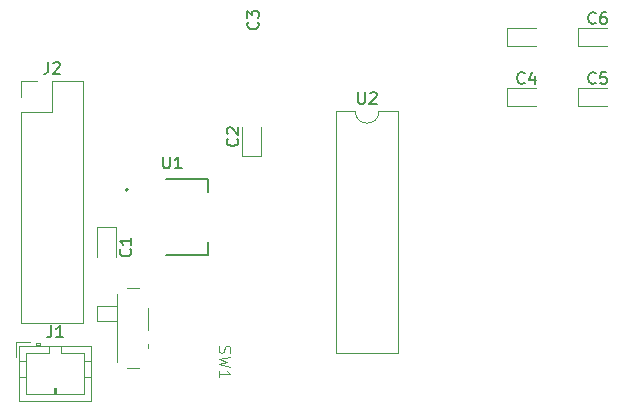
<source format=gbr>
%TF.GenerationSoftware,KiCad,Pcbnew,(7.0.0)*%
%TF.CreationDate,2024-03-24T20:48:38+02:00*%
%TF.ProjectId,p0wer EE3088,70307765-7220-4454-9533-3038382e6b69,rev?*%
%TF.SameCoordinates,Original*%
%TF.FileFunction,Legend,Top*%
%TF.FilePolarity,Positive*%
%FSLAX46Y46*%
G04 Gerber Fmt 4.6, Leading zero omitted, Abs format (unit mm)*
G04 Created by KiCad (PCBNEW (7.0.0)) date 2024-03-24 20:48:38*
%MOMM*%
%LPD*%
G01*
G04 APERTURE LIST*
%ADD10C,0.150000*%
%ADD11C,0.100000*%
%ADD12C,0.120000*%
%ADD13C,0.200000*%
G04 APERTURE END LIST*
D10*
%TO.C,U2*%
X136408095Y-57997380D02*
X136408095Y-58806904D01*
X136408095Y-58806904D02*
X136455714Y-58902142D01*
X136455714Y-58902142D02*
X136503333Y-58949761D01*
X136503333Y-58949761D02*
X136598571Y-58997380D01*
X136598571Y-58997380D02*
X136789047Y-58997380D01*
X136789047Y-58997380D02*
X136884285Y-58949761D01*
X136884285Y-58949761D02*
X136931904Y-58902142D01*
X136931904Y-58902142D02*
X136979523Y-58806904D01*
X136979523Y-58806904D02*
X136979523Y-57997380D01*
X137408095Y-58092619D02*
X137455714Y-58045000D01*
X137455714Y-58045000D02*
X137550952Y-57997380D01*
X137550952Y-57997380D02*
X137789047Y-57997380D01*
X137789047Y-57997380D02*
X137884285Y-58045000D01*
X137884285Y-58045000D02*
X137931904Y-58092619D01*
X137931904Y-58092619D02*
X137979523Y-58187857D01*
X137979523Y-58187857D02*
X137979523Y-58283095D01*
X137979523Y-58283095D02*
X137931904Y-58425952D01*
X137931904Y-58425952D02*
X137360476Y-58997380D01*
X137360476Y-58997380D02*
X137979523Y-58997380D01*
%TO.C,U1*%
X119883095Y-63462380D02*
X119883095Y-64271904D01*
X119883095Y-64271904D02*
X119930714Y-64367142D01*
X119930714Y-64367142D02*
X119978333Y-64414761D01*
X119978333Y-64414761D02*
X120073571Y-64462380D01*
X120073571Y-64462380D02*
X120264047Y-64462380D01*
X120264047Y-64462380D02*
X120359285Y-64414761D01*
X120359285Y-64414761D02*
X120406904Y-64367142D01*
X120406904Y-64367142D02*
X120454523Y-64271904D01*
X120454523Y-64271904D02*
X120454523Y-63462380D01*
X121454523Y-64462380D02*
X120883095Y-64462380D01*
X121168809Y-64462380D02*
X121168809Y-63462380D01*
X121168809Y-63462380D02*
X121073571Y-63605238D01*
X121073571Y-63605238D02*
X120978333Y-63700476D01*
X120978333Y-63700476D02*
X120883095Y-63748095D01*
D11*
%TO.C,SW1*%
X124640238Y-79486667D02*
X124592619Y-79629524D01*
X124592619Y-79629524D02*
X124592619Y-79867619D01*
X124592619Y-79867619D02*
X124640238Y-79962857D01*
X124640238Y-79962857D02*
X124687857Y-80010476D01*
X124687857Y-80010476D02*
X124783095Y-80058095D01*
X124783095Y-80058095D02*
X124878333Y-80058095D01*
X124878333Y-80058095D02*
X124973571Y-80010476D01*
X124973571Y-80010476D02*
X125021190Y-79962857D01*
X125021190Y-79962857D02*
X125068809Y-79867619D01*
X125068809Y-79867619D02*
X125116428Y-79677143D01*
X125116428Y-79677143D02*
X125164047Y-79581905D01*
X125164047Y-79581905D02*
X125211666Y-79534286D01*
X125211666Y-79534286D02*
X125306904Y-79486667D01*
X125306904Y-79486667D02*
X125402142Y-79486667D01*
X125402142Y-79486667D02*
X125497380Y-79534286D01*
X125497380Y-79534286D02*
X125545000Y-79581905D01*
X125545000Y-79581905D02*
X125592619Y-79677143D01*
X125592619Y-79677143D02*
X125592619Y-79915238D01*
X125592619Y-79915238D02*
X125545000Y-80058095D01*
X125592619Y-80391429D02*
X124592619Y-80629524D01*
X124592619Y-80629524D02*
X125306904Y-80820000D01*
X125306904Y-80820000D02*
X124592619Y-81010476D01*
X124592619Y-81010476D02*
X125592619Y-81248572D01*
X124592619Y-82153333D02*
X124592619Y-81581905D01*
X124592619Y-81867619D02*
X125592619Y-81867619D01*
X125592619Y-81867619D02*
X125449761Y-81772381D01*
X125449761Y-81772381D02*
X125354523Y-81677143D01*
X125354523Y-81677143D02*
X125306904Y-81581905D01*
D10*
%TO.C,J2*%
X110156666Y-55457380D02*
X110156666Y-56171666D01*
X110156666Y-56171666D02*
X110109047Y-56314523D01*
X110109047Y-56314523D02*
X110013809Y-56409761D01*
X110013809Y-56409761D02*
X109870952Y-56457380D01*
X109870952Y-56457380D02*
X109775714Y-56457380D01*
X110585238Y-55552619D02*
X110632857Y-55505000D01*
X110632857Y-55505000D02*
X110728095Y-55457380D01*
X110728095Y-55457380D02*
X110966190Y-55457380D01*
X110966190Y-55457380D02*
X111061428Y-55505000D01*
X111061428Y-55505000D02*
X111109047Y-55552619D01*
X111109047Y-55552619D02*
X111156666Y-55647857D01*
X111156666Y-55647857D02*
X111156666Y-55743095D01*
X111156666Y-55743095D02*
X111109047Y-55885952D01*
X111109047Y-55885952D02*
X110537619Y-56457380D01*
X110537619Y-56457380D02*
X111156666Y-56457380D01*
%TO.C,J1*%
X110426666Y-77747380D02*
X110426666Y-78461666D01*
X110426666Y-78461666D02*
X110379047Y-78604523D01*
X110379047Y-78604523D02*
X110283809Y-78699761D01*
X110283809Y-78699761D02*
X110140952Y-78747380D01*
X110140952Y-78747380D02*
X110045714Y-78747380D01*
X111426666Y-78747380D02*
X110855238Y-78747380D01*
X111140952Y-78747380D02*
X111140952Y-77747380D01*
X111140952Y-77747380D02*
X111045714Y-77890238D01*
X111045714Y-77890238D02*
X110950476Y-77985476D01*
X110950476Y-77985476D02*
X110855238Y-78033095D01*
%TO.C,C6*%
X156513333Y-52132142D02*
X156465714Y-52179761D01*
X156465714Y-52179761D02*
X156322857Y-52227380D01*
X156322857Y-52227380D02*
X156227619Y-52227380D01*
X156227619Y-52227380D02*
X156084762Y-52179761D01*
X156084762Y-52179761D02*
X155989524Y-52084523D01*
X155989524Y-52084523D02*
X155941905Y-51989285D01*
X155941905Y-51989285D02*
X155894286Y-51798809D01*
X155894286Y-51798809D02*
X155894286Y-51655952D01*
X155894286Y-51655952D02*
X155941905Y-51465476D01*
X155941905Y-51465476D02*
X155989524Y-51370238D01*
X155989524Y-51370238D02*
X156084762Y-51275000D01*
X156084762Y-51275000D02*
X156227619Y-51227380D01*
X156227619Y-51227380D02*
X156322857Y-51227380D01*
X156322857Y-51227380D02*
X156465714Y-51275000D01*
X156465714Y-51275000D02*
X156513333Y-51322619D01*
X157370476Y-51227380D02*
X157180000Y-51227380D01*
X157180000Y-51227380D02*
X157084762Y-51275000D01*
X157084762Y-51275000D02*
X157037143Y-51322619D01*
X157037143Y-51322619D02*
X156941905Y-51465476D01*
X156941905Y-51465476D02*
X156894286Y-51655952D01*
X156894286Y-51655952D02*
X156894286Y-52036904D01*
X156894286Y-52036904D02*
X156941905Y-52132142D01*
X156941905Y-52132142D02*
X156989524Y-52179761D01*
X156989524Y-52179761D02*
X157084762Y-52227380D01*
X157084762Y-52227380D02*
X157275238Y-52227380D01*
X157275238Y-52227380D02*
X157370476Y-52179761D01*
X157370476Y-52179761D02*
X157418095Y-52132142D01*
X157418095Y-52132142D02*
X157465714Y-52036904D01*
X157465714Y-52036904D02*
X157465714Y-51798809D01*
X157465714Y-51798809D02*
X157418095Y-51703571D01*
X157418095Y-51703571D02*
X157370476Y-51655952D01*
X157370476Y-51655952D02*
X157275238Y-51608333D01*
X157275238Y-51608333D02*
X157084762Y-51608333D01*
X157084762Y-51608333D02*
X156989524Y-51655952D01*
X156989524Y-51655952D02*
X156941905Y-51703571D01*
X156941905Y-51703571D02*
X156894286Y-51798809D01*
%TO.C,C5*%
X156513333Y-57212142D02*
X156465714Y-57259761D01*
X156465714Y-57259761D02*
X156322857Y-57307380D01*
X156322857Y-57307380D02*
X156227619Y-57307380D01*
X156227619Y-57307380D02*
X156084762Y-57259761D01*
X156084762Y-57259761D02*
X155989524Y-57164523D01*
X155989524Y-57164523D02*
X155941905Y-57069285D01*
X155941905Y-57069285D02*
X155894286Y-56878809D01*
X155894286Y-56878809D02*
X155894286Y-56735952D01*
X155894286Y-56735952D02*
X155941905Y-56545476D01*
X155941905Y-56545476D02*
X155989524Y-56450238D01*
X155989524Y-56450238D02*
X156084762Y-56355000D01*
X156084762Y-56355000D02*
X156227619Y-56307380D01*
X156227619Y-56307380D02*
X156322857Y-56307380D01*
X156322857Y-56307380D02*
X156465714Y-56355000D01*
X156465714Y-56355000D02*
X156513333Y-56402619D01*
X157418095Y-56307380D02*
X156941905Y-56307380D01*
X156941905Y-56307380D02*
X156894286Y-56783571D01*
X156894286Y-56783571D02*
X156941905Y-56735952D01*
X156941905Y-56735952D02*
X157037143Y-56688333D01*
X157037143Y-56688333D02*
X157275238Y-56688333D01*
X157275238Y-56688333D02*
X157370476Y-56735952D01*
X157370476Y-56735952D02*
X157418095Y-56783571D01*
X157418095Y-56783571D02*
X157465714Y-56878809D01*
X157465714Y-56878809D02*
X157465714Y-57116904D01*
X157465714Y-57116904D02*
X157418095Y-57212142D01*
X157418095Y-57212142D02*
X157370476Y-57259761D01*
X157370476Y-57259761D02*
X157275238Y-57307380D01*
X157275238Y-57307380D02*
X157037143Y-57307380D01*
X157037143Y-57307380D02*
X156941905Y-57259761D01*
X156941905Y-57259761D02*
X156894286Y-57212142D01*
%TO.C,C4*%
X150493333Y-57212142D02*
X150445714Y-57259761D01*
X150445714Y-57259761D02*
X150302857Y-57307380D01*
X150302857Y-57307380D02*
X150207619Y-57307380D01*
X150207619Y-57307380D02*
X150064762Y-57259761D01*
X150064762Y-57259761D02*
X149969524Y-57164523D01*
X149969524Y-57164523D02*
X149921905Y-57069285D01*
X149921905Y-57069285D02*
X149874286Y-56878809D01*
X149874286Y-56878809D02*
X149874286Y-56735952D01*
X149874286Y-56735952D02*
X149921905Y-56545476D01*
X149921905Y-56545476D02*
X149969524Y-56450238D01*
X149969524Y-56450238D02*
X150064762Y-56355000D01*
X150064762Y-56355000D02*
X150207619Y-56307380D01*
X150207619Y-56307380D02*
X150302857Y-56307380D01*
X150302857Y-56307380D02*
X150445714Y-56355000D01*
X150445714Y-56355000D02*
X150493333Y-56402619D01*
X151350476Y-56640714D02*
X151350476Y-57307380D01*
X151112381Y-56259761D02*
X150874286Y-56974047D01*
X150874286Y-56974047D02*
X151493333Y-56974047D01*
%TO.C,C3*%
X127917142Y-52066666D02*
X127964761Y-52114285D01*
X127964761Y-52114285D02*
X128012380Y-52257142D01*
X128012380Y-52257142D02*
X128012380Y-52352380D01*
X128012380Y-52352380D02*
X127964761Y-52495237D01*
X127964761Y-52495237D02*
X127869523Y-52590475D01*
X127869523Y-52590475D02*
X127774285Y-52638094D01*
X127774285Y-52638094D02*
X127583809Y-52685713D01*
X127583809Y-52685713D02*
X127440952Y-52685713D01*
X127440952Y-52685713D02*
X127250476Y-52638094D01*
X127250476Y-52638094D02*
X127155238Y-52590475D01*
X127155238Y-52590475D02*
X127060000Y-52495237D01*
X127060000Y-52495237D02*
X127012380Y-52352380D01*
X127012380Y-52352380D02*
X127012380Y-52257142D01*
X127012380Y-52257142D02*
X127060000Y-52114285D01*
X127060000Y-52114285D02*
X127107619Y-52066666D01*
X127012380Y-51733332D02*
X127012380Y-51114285D01*
X127012380Y-51114285D02*
X127393333Y-51447618D01*
X127393333Y-51447618D02*
X127393333Y-51304761D01*
X127393333Y-51304761D02*
X127440952Y-51209523D01*
X127440952Y-51209523D02*
X127488571Y-51161904D01*
X127488571Y-51161904D02*
X127583809Y-51114285D01*
X127583809Y-51114285D02*
X127821904Y-51114285D01*
X127821904Y-51114285D02*
X127917142Y-51161904D01*
X127917142Y-51161904D02*
X127964761Y-51209523D01*
X127964761Y-51209523D02*
X128012380Y-51304761D01*
X128012380Y-51304761D02*
X128012380Y-51590475D01*
X128012380Y-51590475D02*
X127964761Y-51685713D01*
X127964761Y-51685713D02*
X127917142Y-51733332D01*
%TO.C,C2*%
X126167142Y-61926666D02*
X126214761Y-61974285D01*
X126214761Y-61974285D02*
X126262380Y-62117142D01*
X126262380Y-62117142D02*
X126262380Y-62212380D01*
X126262380Y-62212380D02*
X126214761Y-62355237D01*
X126214761Y-62355237D02*
X126119523Y-62450475D01*
X126119523Y-62450475D02*
X126024285Y-62498094D01*
X126024285Y-62498094D02*
X125833809Y-62545713D01*
X125833809Y-62545713D02*
X125690952Y-62545713D01*
X125690952Y-62545713D02*
X125500476Y-62498094D01*
X125500476Y-62498094D02*
X125405238Y-62450475D01*
X125405238Y-62450475D02*
X125310000Y-62355237D01*
X125310000Y-62355237D02*
X125262380Y-62212380D01*
X125262380Y-62212380D02*
X125262380Y-62117142D01*
X125262380Y-62117142D02*
X125310000Y-61974285D01*
X125310000Y-61974285D02*
X125357619Y-61926666D01*
X125357619Y-61545713D02*
X125310000Y-61498094D01*
X125310000Y-61498094D02*
X125262380Y-61402856D01*
X125262380Y-61402856D02*
X125262380Y-61164761D01*
X125262380Y-61164761D02*
X125310000Y-61069523D01*
X125310000Y-61069523D02*
X125357619Y-61021904D01*
X125357619Y-61021904D02*
X125452857Y-60974285D01*
X125452857Y-60974285D02*
X125548095Y-60974285D01*
X125548095Y-60974285D02*
X125690952Y-61021904D01*
X125690952Y-61021904D02*
X126262380Y-61593332D01*
X126262380Y-61593332D02*
X126262380Y-60974285D01*
%TO.C,C1*%
X117112142Y-71286666D02*
X117159761Y-71334285D01*
X117159761Y-71334285D02*
X117207380Y-71477142D01*
X117207380Y-71477142D02*
X117207380Y-71572380D01*
X117207380Y-71572380D02*
X117159761Y-71715237D01*
X117159761Y-71715237D02*
X117064523Y-71810475D01*
X117064523Y-71810475D02*
X116969285Y-71858094D01*
X116969285Y-71858094D02*
X116778809Y-71905713D01*
X116778809Y-71905713D02*
X116635952Y-71905713D01*
X116635952Y-71905713D02*
X116445476Y-71858094D01*
X116445476Y-71858094D02*
X116350238Y-71810475D01*
X116350238Y-71810475D02*
X116255000Y-71715237D01*
X116255000Y-71715237D02*
X116207380Y-71572380D01*
X116207380Y-71572380D02*
X116207380Y-71477142D01*
X116207380Y-71477142D02*
X116255000Y-71334285D01*
X116255000Y-71334285D02*
X116302619Y-71286666D01*
X117207380Y-70334285D02*
X117207380Y-70905713D01*
X117207380Y-70619999D02*
X116207380Y-70619999D01*
X116207380Y-70619999D02*
X116350238Y-70715237D01*
X116350238Y-70715237D02*
X116445476Y-70810475D01*
X116445476Y-70810475D02*
X116493095Y-70905713D01*
D12*
%TO.C,U2*%
X139820000Y-59630000D02*
X138170000Y-59630000D01*
X134520000Y-59630000D02*
X134520000Y-80070000D01*
X139820000Y-80070000D02*
X139820000Y-59630000D01*
X134520000Y-80070000D02*
X139820000Y-80070000D01*
X136170000Y-59630000D02*
X134520000Y-59630000D01*
X136170000Y-59630000D02*
G75*
G03*
X138170000Y-59630000I1000000J0D01*
G01*
D13*
%TO.C,U1*%
X123670000Y-65330000D02*
X123670000Y-66480000D01*
X123670000Y-70680000D02*
X123670000Y-71830000D01*
X120170000Y-65330000D02*
X123670000Y-65330000D01*
X123670000Y-71830000D02*
X120170000Y-71830000D01*
X116920000Y-66280000D02*
G75*
G03*
X116920000Y-66280000I-100000J0D01*
G01*
D11*
%TO.C,SW1*%
X116840000Y-74597000D02*
X117856000Y-74597000D01*
X114287500Y-76090000D02*
X115887500Y-76090000D01*
X114287500Y-76090000D02*
X114287500Y-77390000D01*
X118618000Y-76248000D02*
X118618000Y-78153000D01*
X114287500Y-77390000D02*
X115951000Y-77390000D01*
X118618000Y-79296000D02*
X118618000Y-79677000D01*
X115951000Y-80820000D02*
X115951000Y-75105000D01*
X117856000Y-81328000D02*
X116840000Y-81328000D01*
D12*
%TO.C,J2*%
X110490000Y-59690000D02*
X110490000Y-57090000D01*
X107890000Y-59690000D02*
X107890000Y-77530000D01*
X113090000Y-57090000D02*
X113090000Y-77530000D01*
X107890000Y-59690000D02*
X110490000Y-59690000D01*
X107890000Y-77530000D02*
X113090000Y-77530000D01*
X110490000Y-57090000D02*
X113090000Y-57090000D01*
X107890000Y-58420000D02*
X107890000Y-57090000D01*
X107890000Y-57090000D02*
X109220000Y-57090000D01*
%TO.C,J1*%
X109160000Y-79270000D02*
X109160000Y-79470000D01*
X108310000Y-83580000D02*
X113210000Y-83580000D01*
X113210000Y-83580000D02*
X113210000Y-80080000D01*
X107700000Y-82080000D02*
X108310000Y-82080000D01*
X110860000Y-83080000D02*
X110860000Y-83580000D01*
X110260000Y-79470000D02*
X110260000Y-80080000D01*
X108310000Y-80080000D02*
X108310000Y-83580000D01*
X109460000Y-79470000D02*
X109460000Y-79270000D01*
X107700000Y-79470000D02*
X107700000Y-84190000D01*
X113820000Y-79470000D02*
X107700000Y-79470000D01*
X110260000Y-80080000D02*
X108310000Y-80080000D01*
X113820000Y-82080000D02*
X113210000Y-82080000D01*
X113210000Y-80080000D02*
X111260000Y-80080000D01*
X107700000Y-80780000D02*
X108310000Y-80780000D01*
X110760000Y-83580000D02*
X110760000Y-83080000D01*
X110660000Y-83080000D02*
X110860000Y-83080000D01*
X113820000Y-84190000D02*
X113820000Y-79470000D01*
X109460000Y-79370000D02*
X109160000Y-79370000D01*
X111260000Y-80080000D02*
X111260000Y-79470000D01*
X107400000Y-79170000D02*
X107400000Y-80420000D01*
X108650000Y-79170000D02*
X107400000Y-79170000D01*
X107700000Y-84190000D02*
X113820000Y-84190000D01*
X113820000Y-80780000D02*
X113210000Y-80780000D01*
X109460000Y-79270000D02*
X109160000Y-79270000D01*
X110660000Y-83580000D02*
X110660000Y-83080000D01*
%TO.C,C6*%
X154995000Y-52555000D02*
X154995000Y-54125000D01*
X154995000Y-54125000D02*
X157480000Y-54125000D01*
X157480000Y-52555000D02*
X154995000Y-52555000D01*
%TO.C,C5*%
X154995000Y-57635000D02*
X154995000Y-59205000D01*
X154995000Y-59205000D02*
X157480000Y-59205000D01*
X157480000Y-57635000D02*
X154995000Y-57635000D01*
%TO.C,C4*%
X148975000Y-57635000D02*
X148975000Y-59205000D01*
X148975000Y-59205000D02*
X151460000Y-59205000D01*
X151460000Y-57635000D02*
X148975000Y-57635000D01*
%TO.C,C3*%
X148975000Y-52555000D02*
X148975000Y-54125000D01*
X148975000Y-54125000D02*
X151460000Y-54125000D01*
X151460000Y-52555000D02*
X148975000Y-52555000D01*
%TO.C,C2*%
X126590000Y-63445000D02*
X128160000Y-63445000D01*
X128160000Y-63445000D02*
X128160000Y-60960000D01*
X126590000Y-60960000D02*
X126590000Y-63445000D01*
%TO.C,C1*%
X115885000Y-69435000D02*
X114315000Y-69435000D01*
X114315000Y-69435000D02*
X114315000Y-71920000D01*
X115885000Y-71920000D02*
X115885000Y-69435000D01*
%TD*%
M02*

</source>
